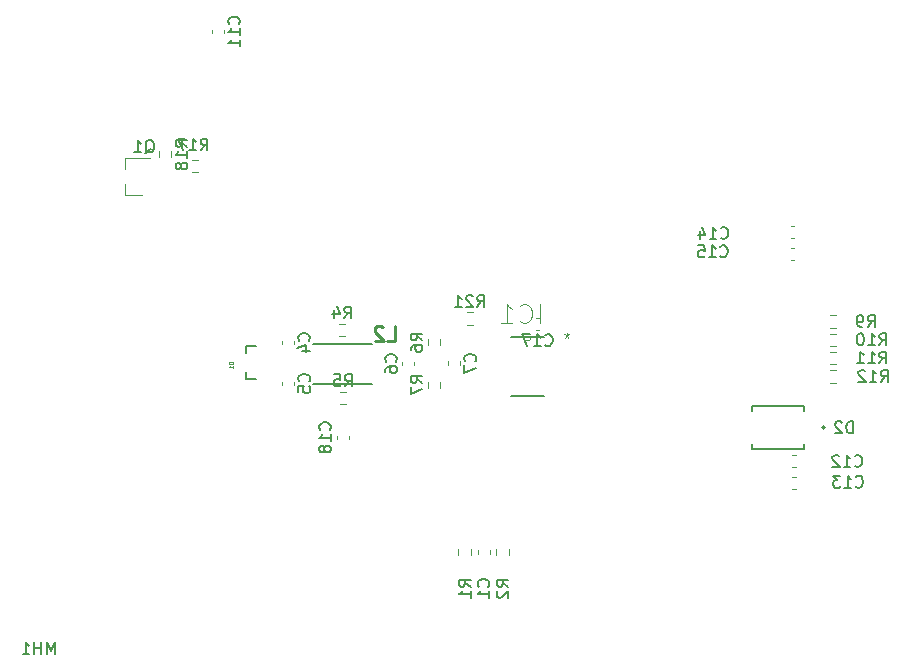
<source format=gbr>
%TF.GenerationSoftware,KiCad,Pcbnew,(5.1.6)-1*%
%TF.CreationDate,2020-11-25T15:36:35+01:00*%
%TF.ProjectId,Board,426f6172-642e-46b6-9963-61645f706362,rev?*%
%TF.SameCoordinates,Original*%
%TF.FileFunction,Legend,Bot*%
%TF.FilePolarity,Positive*%
%FSLAX46Y46*%
G04 Gerber Fmt 4.6, Leading zero omitted, Abs format (unit mm)*
G04 Created by KiCad (PCBNEW (5.1.6)-1) date 2020-11-25 15:36:35*
%MOMM*%
%LPD*%
G01*
G04 APERTURE LIST*
%ADD10C,0.120000*%
%ADD11C,0.127000*%
%ADD12C,0.200000*%
%ADD13C,0.152400*%
%ADD14C,0.100000*%
%ADD15C,0.203200*%
%ADD16C,0.150000*%
%ADD17C,0.254000*%
%ADD18C,0.015000*%
G04 APERTURE END LIST*
D10*
%TO.C,C18*%
X73040000Y-99906233D02*
X73040000Y-100198767D01*
X74060000Y-99906233D02*
X74060000Y-100198767D01*
%TO.C,C17*%
X89928733Y-90950000D02*
X90221267Y-90950000D01*
X89928733Y-89930000D02*
X90221267Y-89930000D01*
%TO.C,R21*%
X84568224Y-90518500D02*
X84058776Y-90518500D01*
X84568224Y-89473500D02*
X84058776Y-89473500D01*
%TO.C,R18*%
X58007500Y-76352224D02*
X58007500Y-75842776D01*
X59052500Y-76352224D02*
X59052500Y-75842776D01*
%TO.C,R17*%
X60792776Y-76557500D02*
X61302224Y-76557500D01*
X60792776Y-77602500D02*
X61302224Y-77602500D01*
%TO.C,R12*%
X115354724Y-95412500D02*
X114845276Y-95412500D01*
X115354724Y-94367500D02*
X114845276Y-94367500D01*
%TO.C,R11*%
X115354724Y-93862500D02*
X114845276Y-93862500D01*
X115354724Y-92817500D02*
X114845276Y-92817500D01*
%TO.C,R10*%
X115354724Y-92312500D02*
X114845276Y-92312500D01*
X115354724Y-91267500D02*
X114845276Y-91267500D01*
%TO.C,R9*%
X115354724Y-90762500D02*
X114845276Y-90762500D01*
X115354724Y-89717500D02*
X114845276Y-89717500D01*
%TO.C,R7*%
X81811500Y-95329276D02*
X81811500Y-95838724D01*
X80766500Y-95329276D02*
X80766500Y-95838724D01*
%TO.C,R6*%
X81811500Y-91749776D02*
X81811500Y-92259224D01*
X80766500Y-91749776D02*
X80766500Y-92259224D01*
%TO.C,R5*%
X73832224Y-97222500D02*
X73322776Y-97222500D01*
X73832224Y-96177500D02*
X73322776Y-96177500D01*
%TO.C,R4*%
X73787224Y-91472500D02*
X73277776Y-91472500D01*
X73787224Y-90427500D02*
X73277776Y-90427500D01*
%TO.C,R2*%
X87612500Y-109487776D02*
X87612500Y-109997224D01*
X86567500Y-109487776D02*
X86567500Y-109997224D01*
%TO.C,R1*%
X83357500Y-109997224D02*
X83357500Y-109487776D01*
X84402500Y-109997224D02*
X84402500Y-109487776D01*
%TO.C,C15*%
X111498733Y-84050000D02*
X111791267Y-84050000D01*
X111498733Y-85070000D02*
X111791267Y-85070000D01*
%TO.C,C14*%
X111498733Y-82140000D02*
X111791267Y-82140000D01*
X111498733Y-83160000D02*
X111791267Y-83160000D01*
%TO.C,C13*%
X111621733Y-103370000D02*
X111914267Y-103370000D01*
X111621733Y-104390000D02*
X111914267Y-104390000D01*
%TO.C,C12*%
X111914267Y-102600000D02*
X111621733Y-102600000D01*
X111914267Y-101580000D02*
X111621733Y-101580000D01*
%TO.C,C11*%
X62460000Y-65836267D02*
X62460000Y-65543733D01*
X63480000Y-65836267D02*
X63480000Y-65543733D01*
%TO.C,C7*%
X82470000Y-93918767D02*
X82470000Y-93626233D01*
X83490000Y-93918767D02*
X83490000Y-93626233D01*
%TO.C,C6*%
X79640000Y-93659733D02*
X79640000Y-93952267D01*
X78620000Y-93659733D02*
X78620000Y-93952267D01*
%TO.C,C5*%
X68410000Y-95626267D02*
X68410000Y-95333733D01*
X69430000Y-95626267D02*
X69430000Y-95333733D01*
%TO.C,C4*%
X68390000Y-92176267D02*
X68390000Y-91883733D01*
X69410000Y-92176267D02*
X69410000Y-91883733D01*
%TO.C,C1*%
X86000000Y-109596233D02*
X86000000Y-109888767D01*
X84980000Y-109596233D02*
X84980000Y-109888767D01*
D11*
%TO.C,L2*%
X76042000Y-92106000D02*
X71042000Y-92106000D01*
X76042000Y-95506000D02*
X71042000Y-95506000D01*
D10*
%TO.C,Q1*%
X55090000Y-79540000D02*
X56550000Y-79540000D01*
X55090000Y-76380000D02*
X57250000Y-76380000D01*
X55090000Y-76380000D02*
X55090000Y-77310000D01*
X55090000Y-79540000D02*
X55090000Y-78610000D01*
D11*
%TO.C,D2*%
X108180000Y-100590000D02*
X108180000Y-101022500D01*
X108180000Y-97397500D02*
X108180000Y-97830000D01*
X112580000Y-100590000D02*
X112580000Y-101022500D01*
X112580000Y-97397500D02*
X112580000Y-97830000D01*
X112580000Y-101022500D02*
X108180000Y-101022500D01*
X108180000Y-97397500D02*
X112580000Y-97397500D01*
D12*
X114380000Y-99210000D02*
G75*
G03*
X114380000Y-99210000I-100000J0D01*
G01*
D13*
%TO.C,IC1*%
X89518600Y-91570800D02*
X90585400Y-91570800D01*
X88909000Y-91570800D02*
X89518600Y-91570800D01*
X87842200Y-91570800D02*
X88909000Y-91570800D01*
X90585400Y-96549200D02*
X87842200Y-96549200D01*
D14*
X88909000Y-91570800D02*
G75*
G03*
X89518600Y-91570800I304800J0D01*
G01*
D15*
%TO.C,D1*%
X65400000Y-92940000D02*
X65400000Y-92340000D01*
X65400000Y-92340000D02*
X66200000Y-92340000D01*
X65400000Y-94540000D02*
X65400000Y-95140000D01*
X65400000Y-95140000D02*
X66200000Y-95140000D01*
%TO.C,MH1*%
D16*
X49173333Y-118402380D02*
X49173333Y-117402380D01*
X48840000Y-118116666D01*
X48506666Y-117402380D01*
X48506666Y-118402380D01*
X48030476Y-118402380D02*
X48030476Y-117402380D01*
X48030476Y-117878571D02*
X47459047Y-117878571D01*
X47459047Y-118402380D02*
X47459047Y-117402380D01*
X46459047Y-118402380D02*
X47030476Y-118402380D01*
X46744761Y-118402380D02*
X46744761Y-117402380D01*
X46840000Y-117545238D01*
X46935238Y-117640476D01*
X47030476Y-117688095D01*
%TO.C,C18*%
X72477142Y-99409642D02*
X72524761Y-99362023D01*
X72572380Y-99219166D01*
X72572380Y-99123928D01*
X72524761Y-98981071D01*
X72429523Y-98885833D01*
X72334285Y-98838214D01*
X72143809Y-98790595D01*
X72000952Y-98790595D01*
X71810476Y-98838214D01*
X71715238Y-98885833D01*
X71620000Y-98981071D01*
X71572380Y-99123928D01*
X71572380Y-99219166D01*
X71620000Y-99362023D01*
X71667619Y-99409642D01*
X72572380Y-100362023D02*
X72572380Y-99790595D01*
X72572380Y-100076309D02*
X71572380Y-100076309D01*
X71715238Y-99981071D01*
X71810476Y-99885833D01*
X71858095Y-99790595D01*
X72000952Y-100933452D02*
X71953333Y-100838214D01*
X71905714Y-100790595D01*
X71810476Y-100742976D01*
X71762857Y-100742976D01*
X71667619Y-100790595D01*
X71620000Y-100838214D01*
X71572380Y-100933452D01*
X71572380Y-101123928D01*
X71620000Y-101219166D01*
X71667619Y-101266785D01*
X71762857Y-101314404D01*
X71810476Y-101314404D01*
X71905714Y-101266785D01*
X71953333Y-101219166D01*
X72000952Y-101123928D01*
X72000952Y-100933452D01*
X72048571Y-100838214D01*
X72096190Y-100790595D01*
X72191428Y-100742976D01*
X72381904Y-100742976D01*
X72477142Y-100790595D01*
X72524761Y-100838214D01*
X72572380Y-100933452D01*
X72572380Y-101123928D01*
X72524761Y-101219166D01*
X72477142Y-101266785D01*
X72381904Y-101314404D01*
X72191428Y-101314404D01*
X72096190Y-101266785D01*
X72048571Y-101219166D01*
X72000952Y-101123928D01*
%TO.C,C17*%
X90717857Y-92227142D02*
X90765476Y-92274761D01*
X90908333Y-92322380D01*
X91003571Y-92322380D01*
X91146428Y-92274761D01*
X91241666Y-92179523D01*
X91289285Y-92084285D01*
X91336904Y-91893809D01*
X91336904Y-91750952D01*
X91289285Y-91560476D01*
X91241666Y-91465238D01*
X91146428Y-91370000D01*
X91003571Y-91322380D01*
X90908333Y-91322380D01*
X90765476Y-91370000D01*
X90717857Y-91417619D01*
X89765476Y-92322380D02*
X90336904Y-92322380D01*
X90051190Y-92322380D02*
X90051190Y-91322380D01*
X90146428Y-91465238D01*
X90241666Y-91560476D01*
X90336904Y-91608095D01*
X89432142Y-91322380D02*
X88765476Y-91322380D01*
X89194047Y-92322380D01*
%TO.C,R21*%
X84956357Y-89018380D02*
X85289690Y-88542190D01*
X85527785Y-89018380D02*
X85527785Y-88018380D01*
X85146833Y-88018380D01*
X85051595Y-88066000D01*
X85003976Y-88113619D01*
X84956357Y-88208857D01*
X84956357Y-88351714D01*
X85003976Y-88446952D01*
X85051595Y-88494571D01*
X85146833Y-88542190D01*
X85527785Y-88542190D01*
X84575404Y-88113619D02*
X84527785Y-88066000D01*
X84432547Y-88018380D01*
X84194452Y-88018380D01*
X84099214Y-88066000D01*
X84051595Y-88113619D01*
X84003976Y-88208857D01*
X84003976Y-88304095D01*
X84051595Y-88446952D01*
X84623023Y-89018380D01*
X84003976Y-89018380D01*
X83051595Y-89018380D02*
X83623023Y-89018380D01*
X83337309Y-89018380D02*
X83337309Y-88018380D01*
X83432547Y-88161238D01*
X83527785Y-88256476D01*
X83623023Y-88304095D01*
%TO.C,R18*%
X60412380Y-75454642D02*
X59936190Y-75121309D01*
X60412380Y-74883214D02*
X59412380Y-74883214D01*
X59412380Y-75264166D01*
X59460000Y-75359404D01*
X59507619Y-75407023D01*
X59602857Y-75454642D01*
X59745714Y-75454642D01*
X59840952Y-75407023D01*
X59888571Y-75359404D01*
X59936190Y-75264166D01*
X59936190Y-74883214D01*
X60412380Y-76407023D02*
X60412380Y-75835595D01*
X60412380Y-76121309D02*
X59412380Y-76121309D01*
X59555238Y-76026071D01*
X59650476Y-75930833D01*
X59698095Y-75835595D01*
X59840952Y-76978452D02*
X59793333Y-76883214D01*
X59745714Y-76835595D01*
X59650476Y-76787976D01*
X59602857Y-76787976D01*
X59507619Y-76835595D01*
X59460000Y-76883214D01*
X59412380Y-76978452D01*
X59412380Y-77168928D01*
X59460000Y-77264166D01*
X59507619Y-77311785D01*
X59602857Y-77359404D01*
X59650476Y-77359404D01*
X59745714Y-77311785D01*
X59793333Y-77264166D01*
X59840952Y-77168928D01*
X59840952Y-76978452D01*
X59888571Y-76883214D01*
X59936190Y-76835595D01*
X60031428Y-76787976D01*
X60221904Y-76787976D01*
X60317142Y-76835595D01*
X60364761Y-76883214D01*
X60412380Y-76978452D01*
X60412380Y-77168928D01*
X60364761Y-77264166D01*
X60317142Y-77311785D01*
X60221904Y-77359404D01*
X60031428Y-77359404D01*
X59936190Y-77311785D01*
X59888571Y-77264166D01*
X59840952Y-77168928D01*
%TO.C,R17*%
X61539857Y-75754380D02*
X61873190Y-75278190D01*
X62111285Y-75754380D02*
X62111285Y-74754380D01*
X61730333Y-74754380D01*
X61635095Y-74802000D01*
X61587476Y-74849619D01*
X61539857Y-74944857D01*
X61539857Y-75087714D01*
X61587476Y-75182952D01*
X61635095Y-75230571D01*
X61730333Y-75278190D01*
X62111285Y-75278190D01*
X60587476Y-75754380D02*
X61158904Y-75754380D01*
X60873190Y-75754380D02*
X60873190Y-74754380D01*
X60968428Y-74897238D01*
X61063666Y-74992476D01*
X61158904Y-75040095D01*
X60254142Y-74754380D02*
X59587476Y-74754380D01*
X60016047Y-75754380D01*
%TO.C,R12*%
X119129857Y-95342380D02*
X119463190Y-94866190D01*
X119701285Y-95342380D02*
X119701285Y-94342380D01*
X119320333Y-94342380D01*
X119225095Y-94390000D01*
X119177476Y-94437619D01*
X119129857Y-94532857D01*
X119129857Y-94675714D01*
X119177476Y-94770952D01*
X119225095Y-94818571D01*
X119320333Y-94866190D01*
X119701285Y-94866190D01*
X118177476Y-95342380D02*
X118748904Y-95342380D01*
X118463190Y-95342380D02*
X118463190Y-94342380D01*
X118558428Y-94485238D01*
X118653666Y-94580476D01*
X118748904Y-94628095D01*
X117796523Y-94437619D02*
X117748904Y-94390000D01*
X117653666Y-94342380D01*
X117415571Y-94342380D01*
X117320333Y-94390000D01*
X117272714Y-94437619D01*
X117225095Y-94532857D01*
X117225095Y-94628095D01*
X117272714Y-94770952D01*
X117844142Y-95342380D01*
X117225095Y-95342380D01*
%TO.C,R11*%
X119002857Y-93792380D02*
X119336190Y-93316190D01*
X119574285Y-93792380D02*
X119574285Y-92792380D01*
X119193333Y-92792380D01*
X119098095Y-92840000D01*
X119050476Y-92887619D01*
X119002857Y-92982857D01*
X119002857Y-93125714D01*
X119050476Y-93220952D01*
X119098095Y-93268571D01*
X119193333Y-93316190D01*
X119574285Y-93316190D01*
X118050476Y-93792380D02*
X118621904Y-93792380D01*
X118336190Y-93792380D02*
X118336190Y-92792380D01*
X118431428Y-92935238D01*
X118526666Y-93030476D01*
X118621904Y-93078095D01*
X117098095Y-93792380D02*
X117669523Y-93792380D01*
X117383809Y-93792380D02*
X117383809Y-92792380D01*
X117479047Y-92935238D01*
X117574285Y-93030476D01*
X117669523Y-93078095D01*
%TO.C,R10*%
X119002857Y-92242380D02*
X119336190Y-91766190D01*
X119574285Y-92242380D02*
X119574285Y-91242380D01*
X119193333Y-91242380D01*
X119098095Y-91290000D01*
X119050476Y-91337619D01*
X119002857Y-91432857D01*
X119002857Y-91575714D01*
X119050476Y-91670952D01*
X119098095Y-91718571D01*
X119193333Y-91766190D01*
X119574285Y-91766190D01*
X118050476Y-92242380D02*
X118621904Y-92242380D01*
X118336190Y-92242380D02*
X118336190Y-91242380D01*
X118431428Y-91385238D01*
X118526666Y-91480476D01*
X118621904Y-91528095D01*
X117431428Y-91242380D02*
X117336190Y-91242380D01*
X117240952Y-91290000D01*
X117193333Y-91337619D01*
X117145714Y-91432857D01*
X117098095Y-91623333D01*
X117098095Y-91861428D01*
X117145714Y-92051904D01*
X117193333Y-92147142D01*
X117240952Y-92194761D01*
X117336190Y-92242380D01*
X117431428Y-92242380D01*
X117526666Y-92194761D01*
X117574285Y-92147142D01*
X117621904Y-92051904D01*
X117669523Y-91861428D01*
X117669523Y-91623333D01*
X117621904Y-91432857D01*
X117574285Y-91337619D01*
X117526666Y-91290000D01*
X117431428Y-91242380D01*
%TO.C,R9*%
X118018666Y-90692380D02*
X118352000Y-90216190D01*
X118590095Y-90692380D02*
X118590095Y-89692380D01*
X118209142Y-89692380D01*
X118113904Y-89740000D01*
X118066285Y-89787619D01*
X118018666Y-89882857D01*
X118018666Y-90025714D01*
X118066285Y-90120952D01*
X118113904Y-90168571D01*
X118209142Y-90216190D01*
X118590095Y-90216190D01*
X117542476Y-90692380D02*
X117352000Y-90692380D01*
X117256761Y-90644761D01*
X117209142Y-90597142D01*
X117113904Y-90454285D01*
X117066285Y-90263809D01*
X117066285Y-89882857D01*
X117113904Y-89787619D01*
X117161523Y-89740000D01*
X117256761Y-89692380D01*
X117447238Y-89692380D01*
X117542476Y-89740000D01*
X117590095Y-89787619D01*
X117637714Y-89882857D01*
X117637714Y-90120952D01*
X117590095Y-90216190D01*
X117542476Y-90263809D01*
X117447238Y-90311428D01*
X117256761Y-90311428D01*
X117161523Y-90263809D01*
X117113904Y-90216190D01*
X117066285Y-90120952D01*
%TO.C,R7*%
X80311380Y-95417333D02*
X79835190Y-95084000D01*
X80311380Y-94845904D02*
X79311380Y-94845904D01*
X79311380Y-95226857D01*
X79359000Y-95322095D01*
X79406619Y-95369714D01*
X79501857Y-95417333D01*
X79644714Y-95417333D01*
X79739952Y-95369714D01*
X79787571Y-95322095D01*
X79835190Y-95226857D01*
X79835190Y-94845904D01*
X79311380Y-95750666D02*
X79311380Y-96417333D01*
X80311380Y-95988761D01*
%TO.C,R6*%
X80311380Y-91837833D02*
X79835190Y-91504500D01*
X80311380Y-91266404D02*
X79311380Y-91266404D01*
X79311380Y-91647357D01*
X79359000Y-91742595D01*
X79406619Y-91790214D01*
X79501857Y-91837833D01*
X79644714Y-91837833D01*
X79739952Y-91790214D01*
X79787571Y-91742595D01*
X79835190Y-91647357D01*
X79835190Y-91266404D01*
X79311380Y-92694976D02*
X79311380Y-92504500D01*
X79359000Y-92409261D01*
X79406619Y-92361642D01*
X79549476Y-92266404D01*
X79739952Y-92218785D01*
X80120904Y-92218785D01*
X80216142Y-92266404D01*
X80263761Y-92314023D01*
X80311380Y-92409261D01*
X80311380Y-92599738D01*
X80263761Y-92694976D01*
X80216142Y-92742595D01*
X80120904Y-92790214D01*
X79882809Y-92790214D01*
X79787571Y-92742595D01*
X79739952Y-92694976D01*
X79692333Y-92599738D01*
X79692333Y-92409261D01*
X79739952Y-92314023D01*
X79787571Y-92266404D01*
X79882809Y-92218785D01*
%TO.C,R5*%
X73744166Y-95722380D02*
X74077500Y-95246190D01*
X74315595Y-95722380D02*
X74315595Y-94722380D01*
X73934642Y-94722380D01*
X73839404Y-94770000D01*
X73791785Y-94817619D01*
X73744166Y-94912857D01*
X73744166Y-95055714D01*
X73791785Y-95150952D01*
X73839404Y-95198571D01*
X73934642Y-95246190D01*
X74315595Y-95246190D01*
X72839404Y-94722380D02*
X73315595Y-94722380D01*
X73363214Y-95198571D01*
X73315595Y-95150952D01*
X73220357Y-95103333D01*
X72982261Y-95103333D01*
X72887023Y-95150952D01*
X72839404Y-95198571D01*
X72791785Y-95293809D01*
X72791785Y-95531904D01*
X72839404Y-95627142D01*
X72887023Y-95674761D01*
X72982261Y-95722380D01*
X73220357Y-95722380D01*
X73315595Y-95674761D01*
X73363214Y-95627142D01*
%TO.C,R4*%
X73699166Y-89972380D02*
X74032500Y-89496190D01*
X74270595Y-89972380D02*
X74270595Y-88972380D01*
X73889642Y-88972380D01*
X73794404Y-89020000D01*
X73746785Y-89067619D01*
X73699166Y-89162857D01*
X73699166Y-89305714D01*
X73746785Y-89400952D01*
X73794404Y-89448571D01*
X73889642Y-89496190D01*
X74270595Y-89496190D01*
X72842023Y-89305714D02*
X72842023Y-89972380D01*
X73080119Y-88924761D02*
X73318214Y-89639047D01*
X72699166Y-89639047D01*
%TO.C,R2*%
X87592380Y-112683333D02*
X87116190Y-112350000D01*
X87592380Y-112111904D02*
X86592380Y-112111904D01*
X86592380Y-112492857D01*
X86640000Y-112588095D01*
X86687619Y-112635714D01*
X86782857Y-112683333D01*
X86925714Y-112683333D01*
X87020952Y-112635714D01*
X87068571Y-112588095D01*
X87116190Y-112492857D01*
X87116190Y-112111904D01*
X86687619Y-113064285D02*
X86640000Y-113111904D01*
X86592380Y-113207142D01*
X86592380Y-113445238D01*
X86640000Y-113540476D01*
X86687619Y-113588095D01*
X86782857Y-113635714D01*
X86878095Y-113635714D01*
X87020952Y-113588095D01*
X87592380Y-113016666D01*
X87592380Y-113635714D01*
%TO.C,R1*%
X84392380Y-112683333D02*
X83916190Y-112350000D01*
X84392380Y-112111904D02*
X83392380Y-112111904D01*
X83392380Y-112492857D01*
X83440000Y-112588095D01*
X83487619Y-112635714D01*
X83582857Y-112683333D01*
X83725714Y-112683333D01*
X83820952Y-112635714D01*
X83868571Y-112588095D01*
X83916190Y-112492857D01*
X83916190Y-112111904D01*
X84392380Y-113635714D02*
X84392380Y-113064285D01*
X84392380Y-113350000D02*
X83392380Y-113350000D01*
X83535238Y-113254761D01*
X83630476Y-113159523D01*
X83678095Y-113064285D01*
%TO.C,C15*%
X105532857Y-84707142D02*
X105580476Y-84754761D01*
X105723333Y-84802380D01*
X105818571Y-84802380D01*
X105961428Y-84754761D01*
X106056666Y-84659523D01*
X106104285Y-84564285D01*
X106151904Y-84373809D01*
X106151904Y-84230952D01*
X106104285Y-84040476D01*
X106056666Y-83945238D01*
X105961428Y-83850000D01*
X105818571Y-83802380D01*
X105723333Y-83802380D01*
X105580476Y-83850000D01*
X105532857Y-83897619D01*
X104580476Y-84802380D02*
X105151904Y-84802380D01*
X104866190Y-84802380D02*
X104866190Y-83802380D01*
X104961428Y-83945238D01*
X105056666Y-84040476D01*
X105151904Y-84088095D01*
X103675714Y-83802380D02*
X104151904Y-83802380D01*
X104199523Y-84278571D01*
X104151904Y-84230952D01*
X104056666Y-84183333D01*
X103818571Y-84183333D01*
X103723333Y-84230952D01*
X103675714Y-84278571D01*
X103628095Y-84373809D01*
X103628095Y-84611904D01*
X103675714Y-84707142D01*
X103723333Y-84754761D01*
X103818571Y-84802380D01*
X104056666Y-84802380D01*
X104151904Y-84754761D01*
X104199523Y-84707142D01*
%TO.C,C14*%
X105582857Y-83157142D02*
X105630476Y-83204761D01*
X105773333Y-83252380D01*
X105868571Y-83252380D01*
X106011428Y-83204761D01*
X106106666Y-83109523D01*
X106154285Y-83014285D01*
X106201904Y-82823809D01*
X106201904Y-82680952D01*
X106154285Y-82490476D01*
X106106666Y-82395238D01*
X106011428Y-82300000D01*
X105868571Y-82252380D01*
X105773333Y-82252380D01*
X105630476Y-82300000D01*
X105582857Y-82347619D01*
X104630476Y-83252380D02*
X105201904Y-83252380D01*
X104916190Y-83252380D02*
X104916190Y-82252380D01*
X105011428Y-82395238D01*
X105106666Y-82490476D01*
X105201904Y-82538095D01*
X103773333Y-82585714D02*
X103773333Y-83252380D01*
X104011428Y-82204761D02*
X104249523Y-82919047D01*
X103630476Y-82919047D01*
%TO.C,C13*%
X116982857Y-104207142D02*
X117030476Y-104254761D01*
X117173333Y-104302380D01*
X117268571Y-104302380D01*
X117411428Y-104254761D01*
X117506666Y-104159523D01*
X117554285Y-104064285D01*
X117601904Y-103873809D01*
X117601904Y-103730952D01*
X117554285Y-103540476D01*
X117506666Y-103445238D01*
X117411428Y-103350000D01*
X117268571Y-103302380D01*
X117173333Y-103302380D01*
X117030476Y-103350000D01*
X116982857Y-103397619D01*
X116030476Y-104302380D02*
X116601904Y-104302380D01*
X116316190Y-104302380D02*
X116316190Y-103302380D01*
X116411428Y-103445238D01*
X116506666Y-103540476D01*
X116601904Y-103588095D01*
X115697142Y-103302380D02*
X115078095Y-103302380D01*
X115411428Y-103683333D01*
X115268571Y-103683333D01*
X115173333Y-103730952D01*
X115125714Y-103778571D01*
X115078095Y-103873809D01*
X115078095Y-104111904D01*
X115125714Y-104207142D01*
X115173333Y-104254761D01*
X115268571Y-104302380D01*
X115554285Y-104302380D01*
X115649523Y-104254761D01*
X115697142Y-104207142D01*
%TO.C,C12*%
X116932857Y-102457142D02*
X116980476Y-102504761D01*
X117123333Y-102552380D01*
X117218571Y-102552380D01*
X117361428Y-102504761D01*
X117456666Y-102409523D01*
X117504285Y-102314285D01*
X117551904Y-102123809D01*
X117551904Y-101980952D01*
X117504285Y-101790476D01*
X117456666Y-101695238D01*
X117361428Y-101600000D01*
X117218571Y-101552380D01*
X117123333Y-101552380D01*
X116980476Y-101600000D01*
X116932857Y-101647619D01*
X115980476Y-102552380D02*
X116551904Y-102552380D01*
X116266190Y-102552380D02*
X116266190Y-101552380D01*
X116361428Y-101695238D01*
X116456666Y-101790476D01*
X116551904Y-101838095D01*
X115599523Y-101647619D02*
X115551904Y-101600000D01*
X115456666Y-101552380D01*
X115218571Y-101552380D01*
X115123333Y-101600000D01*
X115075714Y-101647619D01*
X115028095Y-101742857D01*
X115028095Y-101838095D01*
X115075714Y-101980952D01*
X115647142Y-102552380D01*
X115028095Y-102552380D01*
%TO.C,C11*%
X64757142Y-65047142D02*
X64804761Y-64999523D01*
X64852380Y-64856666D01*
X64852380Y-64761428D01*
X64804761Y-64618571D01*
X64709523Y-64523333D01*
X64614285Y-64475714D01*
X64423809Y-64428095D01*
X64280952Y-64428095D01*
X64090476Y-64475714D01*
X63995238Y-64523333D01*
X63900000Y-64618571D01*
X63852380Y-64761428D01*
X63852380Y-64856666D01*
X63900000Y-64999523D01*
X63947619Y-65047142D01*
X64852380Y-65999523D02*
X64852380Y-65428095D01*
X64852380Y-65713809D02*
X63852380Y-65713809D01*
X63995238Y-65618571D01*
X64090476Y-65523333D01*
X64138095Y-65428095D01*
X64852380Y-66951904D02*
X64852380Y-66380476D01*
X64852380Y-66666190D02*
X63852380Y-66666190D01*
X63995238Y-66570952D01*
X64090476Y-66475714D01*
X64138095Y-66380476D01*
%TO.C,C7*%
X84767142Y-93605833D02*
X84814761Y-93558214D01*
X84862380Y-93415357D01*
X84862380Y-93320119D01*
X84814761Y-93177261D01*
X84719523Y-93082023D01*
X84624285Y-93034404D01*
X84433809Y-92986785D01*
X84290952Y-92986785D01*
X84100476Y-93034404D01*
X84005238Y-93082023D01*
X83910000Y-93177261D01*
X83862380Y-93320119D01*
X83862380Y-93415357D01*
X83910000Y-93558214D01*
X83957619Y-93605833D01*
X83862380Y-93939166D02*
X83862380Y-94605833D01*
X84862380Y-94177261D01*
%TO.C,C6*%
X78057142Y-93639333D02*
X78104761Y-93591714D01*
X78152380Y-93448857D01*
X78152380Y-93353619D01*
X78104761Y-93210761D01*
X78009523Y-93115523D01*
X77914285Y-93067904D01*
X77723809Y-93020285D01*
X77580952Y-93020285D01*
X77390476Y-93067904D01*
X77295238Y-93115523D01*
X77200000Y-93210761D01*
X77152380Y-93353619D01*
X77152380Y-93448857D01*
X77200000Y-93591714D01*
X77247619Y-93639333D01*
X77152380Y-94496476D02*
X77152380Y-94306000D01*
X77200000Y-94210761D01*
X77247619Y-94163142D01*
X77390476Y-94067904D01*
X77580952Y-94020285D01*
X77961904Y-94020285D01*
X78057142Y-94067904D01*
X78104761Y-94115523D01*
X78152380Y-94210761D01*
X78152380Y-94401238D01*
X78104761Y-94496476D01*
X78057142Y-94544095D01*
X77961904Y-94591714D01*
X77723809Y-94591714D01*
X77628571Y-94544095D01*
X77580952Y-94496476D01*
X77533333Y-94401238D01*
X77533333Y-94210761D01*
X77580952Y-94115523D01*
X77628571Y-94067904D01*
X77723809Y-94020285D01*
%TO.C,C5*%
X70707142Y-95313333D02*
X70754761Y-95265714D01*
X70802380Y-95122857D01*
X70802380Y-95027619D01*
X70754761Y-94884761D01*
X70659523Y-94789523D01*
X70564285Y-94741904D01*
X70373809Y-94694285D01*
X70230952Y-94694285D01*
X70040476Y-94741904D01*
X69945238Y-94789523D01*
X69850000Y-94884761D01*
X69802380Y-95027619D01*
X69802380Y-95122857D01*
X69850000Y-95265714D01*
X69897619Y-95313333D01*
X69802380Y-96218095D02*
X69802380Y-95741904D01*
X70278571Y-95694285D01*
X70230952Y-95741904D01*
X70183333Y-95837142D01*
X70183333Y-96075238D01*
X70230952Y-96170476D01*
X70278571Y-96218095D01*
X70373809Y-96265714D01*
X70611904Y-96265714D01*
X70707142Y-96218095D01*
X70754761Y-96170476D01*
X70802380Y-96075238D01*
X70802380Y-95837142D01*
X70754761Y-95741904D01*
X70707142Y-95694285D01*
%TO.C,C4*%
X70687142Y-91863333D02*
X70734761Y-91815714D01*
X70782380Y-91672857D01*
X70782380Y-91577619D01*
X70734761Y-91434761D01*
X70639523Y-91339523D01*
X70544285Y-91291904D01*
X70353809Y-91244285D01*
X70210952Y-91244285D01*
X70020476Y-91291904D01*
X69925238Y-91339523D01*
X69830000Y-91434761D01*
X69782380Y-91577619D01*
X69782380Y-91672857D01*
X69830000Y-91815714D01*
X69877619Y-91863333D01*
X70115714Y-92720476D02*
X70782380Y-92720476D01*
X69734761Y-92482380D02*
X70449047Y-92244285D01*
X70449047Y-92863333D01*
%TO.C,C1*%
X85897142Y-112683333D02*
X85944761Y-112635714D01*
X85992380Y-112492857D01*
X85992380Y-112397619D01*
X85944761Y-112254761D01*
X85849523Y-112159523D01*
X85754285Y-112111904D01*
X85563809Y-112064285D01*
X85420952Y-112064285D01*
X85230476Y-112111904D01*
X85135238Y-112159523D01*
X85040000Y-112254761D01*
X84992380Y-112397619D01*
X84992380Y-112492857D01*
X85040000Y-112635714D01*
X85087619Y-112683333D01*
X85992380Y-113635714D02*
X85992380Y-113064285D01*
X85992380Y-113350000D02*
X84992380Y-113350000D01*
X85135238Y-113254761D01*
X85230476Y-113159523D01*
X85278095Y-113064285D01*
%TO.C,L2*%
D17*
X77353666Y-91880523D02*
X77958428Y-91880523D01*
X77958428Y-90610523D01*
X76990809Y-90731476D02*
X76930333Y-90671000D01*
X76809380Y-90610523D01*
X76507000Y-90610523D01*
X76386047Y-90671000D01*
X76325571Y-90731476D01*
X76265095Y-90852428D01*
X76265095Y-90973380D01*
X76325571Y-91154809D01*
X77051285Y-91880523D01*
X76265095Y-91880523D01*
%TO.C,Q1*%
D16*
X56834238Y-76007619D02*
X56929476Y-75960000D01*
X57024714Y-75864761D01*
X57167571Y-75721904D01*
X57262809Y-75674285D01*
X57358047Y-75674285D01*
X57310428Y-75912380D02*
X57405666Y-75864761D01*
X57500904Y-75769523D01*
X57548523Y-75579047D01*
X57548523Y-75245714D01*
X57500904Y-75055238D01*
X57405666Y-74960000D01*
X57310428Y-74912380D01*
X57119952Y-74912380D01*
X57024714Y-74960000D01*
X56929476Y-75055238D01*
X56881857Y-75245714D01*
X56881857Y-75579047D01*
X56929476Y-75769523D01*
X57024714Y-75864761D01*
X57119952Y-75912380D01*
X57310428Y-75912380D01*
X55929476Y-75912380D02*
X56500904Y-75912380D01*
X56215190Y-75912380D02*
X56215190Y-74912380D01*
X56310428Y-75055238D01*
X56405666Y-75150476D01*
X56500904Y-75198095D01*
%TO.C,D2*%
X116778095Y-99702380D02*
X116778095Y-98702380D01*
X116540000Y-98702380D01*
X116397142Y-98750000D01*
X116301904Y-98845238D01*
X116254285Y-98940476D01*
X116206666Y-99130952D01*
X116206666Y-99273809D01*
X116254285Y-99464285D01*
X116301904Y-99559523D01*
X116397142Y-99654761D01*
X116540000Y-99702380D01*
X116778095Y-99702380D01*
X115825714Y-98797619D02*
X115778095Y-98750000D01*
X115682857Y-98702380D01*
X115444761Y-98702380D01*
X115349523Y-98750000D01*
X115301904Y-98797619D01*
X115254285Y-98892857D01*
X115254285Y-98988095D01*
X115301904Y-99130952D01*
X115873333Y-99702380D01*
X115254285Y-99702380D01*
%TO.C,IC1*%
D18*
X90281352Y-90382304D02*
X90281352Y-88742304D01*
X88563257Y-90226114D02*
X88641352Y-90304209D01*
X88875638Y-90382304D01*
X89031828Y-90382304D01*
X89266114Y-90304209D01*
X89422304Y-90148019D01*
X89500400Y-89991828D01*
X89578495Y-89679447D01*
X89578495Y-89445161D01*
X89500400Y-89132780D01*
X89422304Y-88976590D01*
X89266114Y-88820400D01*
X89031828Y-88742304D01*
X88875638Y-88742304D01*
X88641352Y-88820400D01*
X88563257Y-88898495D01*
X87001352Y-90382304D02*
X87938495Y-90382304D01*
X87469923Y-90382304D02*
X87469923Y-88742304D01*
X87626114Y-88976590D01*
X87782304Y-89132780D01*
X87938495Y-89210876D01*
X92515800Y-91175580D02*
X92515800Y-91413676D01*
X92753895Y-91318438D02*
X92515800Y-91413676D01*
X92277704Y-91318438D01*
X92658657Y-91604152D02*
X92515800Y-91413676D01*
X92372942Y-91604152D01*
%TO.C,D1*%
X64262001Y-93694271D02*
X63941729Y-93694271D01*
X63941729Y-93770527D01*
X63956981Y-93816280D01*
X63987483Y-93846782D01*
X64017985Y-93862033D01*
X64078989Y-93877284D01*
X64124742Y-93877284D01*
X64185746Y-93862033D01*
X64216248Y-93846782D01*
X64246750Y-93816280D01*
X64262001Y-93770527D01*
X64262001Y-93694271D01*
X64262001Y-94182305D02*
X64262001Y-93999292D01*
X64262001Y-94090799D02*
X63941729Y-94090799D01*
X63987483Y-94060296D01*
X64017985Y-94029794D01*
X64033236Y-93999292D01*
%TD*%
M02*

</source>
